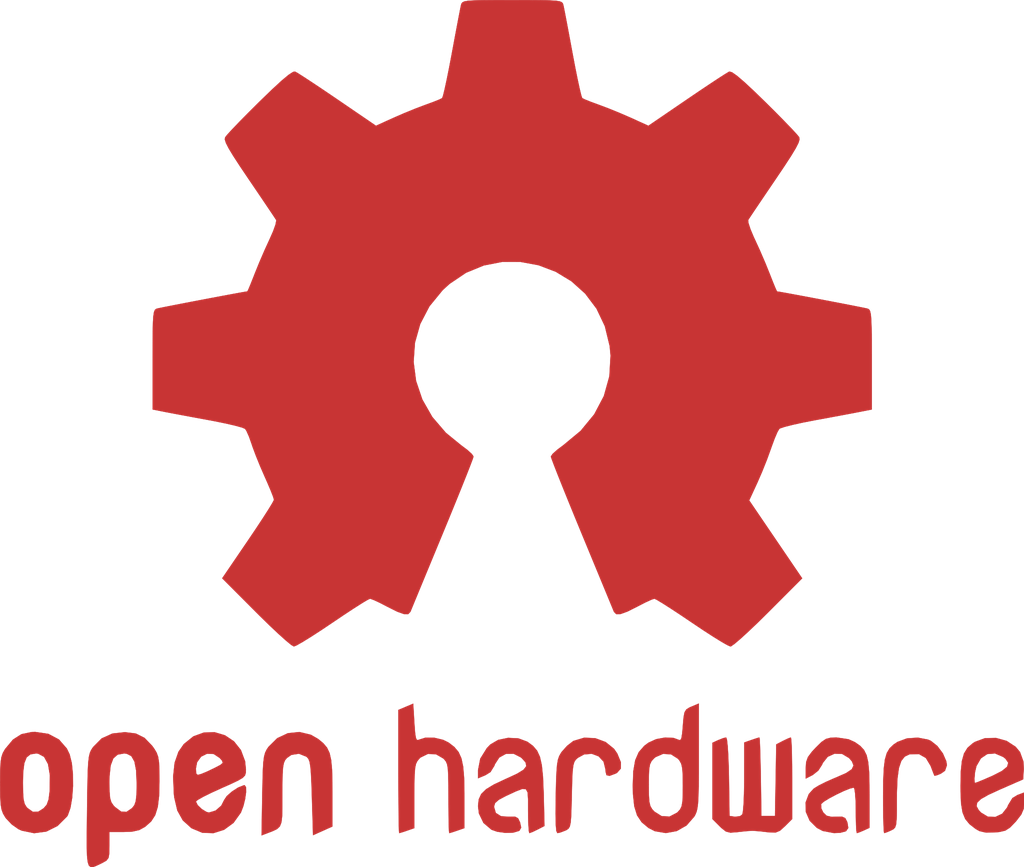
<source format=kicad_pcb>
(kicad_pcb (version 20210126) (generator pcbnew)
  (layers (0 "F.Cu" signal) (31 "B.Cu" signal) (34 "B.Paste" user) (35 "F.Paste" user) (36 "B.SilkS" user "B.Silkscreen") (37 "F.SilkS" user "F.Silkscreen") (38 "B.Mask" user) (39 "F.Mask" user) (44 "Edge.Cuts" user))
  (net 0 "")
  (footprint "Symbol:OSHW-Logo2_36.5x30mm_Copper" (layer "F.Cu") (at 0.0508 210.0072)
    (fp_text reference "REF**" hide)
    (fp_text value "OSHW-Logo2_36.5x30mm_Copper" hide)
    (fp_poly (pts (xy 8.950309 9.8496) (xy 8.961448 10.041633) (xy 8.970177 10.333477) (xy 8.975787 10.702053) (xy 8.977586 11.088639) (xy 8.977586 12.396817) (xy 8.746612 12.627792) (xy 8.587444 12.770117) (xy 8.447723 12.827768) (xy 8.256755 12.824119) (xy 8.180951 12.814834) (xy 7.944025 12.787815) (xy 7.748055 12.772332) (xy 7.700287 12.770903) (xy 7.539248 12.780256) (xy 7.308928 12.803735) (xy 7.219624 12.814834) (xy 7.000285 12.832002) (xy 6.852883 12.794712) (xy 6.706724 12.679587) (xy 6.653963 12.627792) (xy 6.422988 12.396817) (xy 6.422988 9.949868) (xy 6.608894 9.865164) (xy 6.768974 9.802424) (xy 6.86263 9.78046) (xy 6.886643 9.849875) (xy 6.909087 10.043826) (xy 6.928466 10.340871) (xy 6.943285 10.719569) (xy 6.950432 11.039512) (xy 6.970402 12.298563) (xy 7.144619 12.323196) (xy 7.303073 12.305973) (xy 7.380714 12.250208) (xy 7.402417 12.145947) (xy 7.420946 11.923859) (xy 7.434828 11.612086) (xy 7.442591 11.238767) (xy 7.44371 11.046652) (xy 7.444828 9.940717) (xy 7.674685 9.860589) (xy 7.837373 9.806109) (xy 7.925868 9.780702) (xy 7.928421 9.78046) (xy 7.937299 9.849523) (xy 7.947057 10.041027) (xy 7.956878 10.331448) (xy 7.96594 10.697261) (xy 7.972271 11.039512) (xy 7.992241 12.298563) (xy 8.430172 12.298563) (xy 8.450268 11.149913) (xy 8.470364 10.001262) (xy 8.683856 9.890861) (xy 8.841483 9.815049) (xy 8.934775 9.780646) (xy 8.937467 9.78046) (xy 8.950309 9.8496)) (layer "F.Cu") (width 0.01) (fill solid))
    (fp_poly (pts (xy 5.984785 10.386139) (xy 5.983858 10.931653) (xy 5.98027 11.351298) (xy 5.972506 11.665176) (xy 5.959055 11.893388) (xy 5.938404 12.056038) (xy 5.90904 12.173228) (xy 5.869452 12.26506) (xy 5.839475 12.317478) (xy 5.591224 12.601736) (xy 5.276471 12.779912) (xy 4.928228 12.843846) (xy 4.579511 12.785374) (xy 4.371857 12.680298) (xy 4.153862 12.498529) (xy 4.005291 12.276531) (xy 3.915652 11.985801) (xy 3.874453 11.597838) (xy 3.868618 11.313219) (xy 3.869405 11.292765) (xy 4.37931 11.292765) (xy 4.382425 11.619144) (xy 4.396694 11.835201) (xy 4.429511 11.976546) (xy 4.488264 12.078784) (xy 4.558464 12.155904) (xy 4.794219 12.304763) (xy 5.04735 12.317479) (xy 5.286589 12.193198) (xy 5.30521 12.176358) (xy 5.384686 12.088756) (xy 5.43452 11.984529) (xy 5.461499 11.829404) (xy 5.472412 11.58911) (xy 5.474138 11.323447) (xy 5.470397 10.989701) (xy 5.454911 10.767055) (xy 5.421285 10.620733) (xy 5.363126 10.515955) (xy 5.315438 10.460308) (xy 5.093907 10.319963) (xy 4.838769 10.303088) (xy 4.595238 10.410284) (xy 4.548239 10.450079) (xy 4.468232 10.538454) (xy 4.418296 10.643755) (xy 4.391483 10.800627) (xy 4.380848 11.043719) (xy 4.37931 11.292765) (xy 3.869405 11.292765) (xy 3.886259 10.854868) (xy 3.946179 10.510489) (xy 4.058869 10.25158) (xy 4.234821 10.04964) (xy 4.371857 9.946139) (xy 4.62094 9.834321) (xy 4.909637 9.782419) (xy 5.177998 9.796312) (xy 5.328161 9.852357) (xy 5.387088 9.868307) (xy 5.426191 9.808837) (xy 5.453487 9.649471) (xy 5.474138 9.406718) (xy 5.496747 9.136353) (xy 5.528153 8.973687) (xy 5.585298 8.880669) (xy 5.685126 8.819248) (xy 5.747845 8.792048) (xy 5.985057 8.692679) (xy 5.984785 10.386139)) (layer "F.Cu") (width 0.01) (fill solid))
    (fp_poly (pts (xy 0.199861 9.810901) (xy 0.485857 9.917104) (xy 0.489129 9.919146) (xy 0.666008 10.049325) (xy 0.796589 10.201459) (xy 0.888428 10.399718) (xy 0.949084 10.668272) (xy 0.986113 11.031292) (xy 1.007073 11.512949) (xy 1.00891 11.581571) (xy 1.035299 12.616303) (xy 0.813228 12.73114) (xy 0.652545 12.808745) (xy 0.555525 12.845516) (xy 0.551038 12.845977) (xy 0.534249 12.778126) (xy 0.520912 12.595103) (xy 0.512708 12.327702) (xy 0.510919 12.111174) (xy 0.510878 11.760406) (xy 0.494843 11.540128) (xy 0.438949 11.435063) (xy 0.319331 11.429937) (xy 0.112123 11.509475) (xy -0.200718 11.655681) (xy -0.430758 11.777113) (xy -0.549073 11.882466) (xy -0.583855 11.99729) (xy -0.583908 12.002973) (xy -0.526512 12.200777) (xy -0.356576 12.307637) (xy -0.096505 12.323115) (xy 0.090824 12.32043) (xy 0.189598 12.374383) (xy 0.251196 12.503977) (xy 0.286648 12.669081) (xy 0.235557 12.762761) (xy 0.21632 12.776169) (xy 0.035207 12.830015) (xy -0.218418 12.837638) (xy -0.479609 12.801946) (xy -0.664687 12.73672) (xy -0.92057 12.519463) (xy -1.066023 12.217041) (xy -1.094828 11.980769) (xy -1.072845 11.767655) (xy -0.993299 11.593691) (xy -0.835791 11.439181) (xy -0.579922 11.28443) (xy -0.205294 11.109743) (xy -0.182471 11.09987) (xy 0.154993 10.943971) (xy 0.363235 10.816115) (xy 0.452493 10.701221) (xy 0.433008 10.584208) (xy 0.315017 10.449996) (xy 0.279734 10.419109) (xy 0.043398 10.299353) (xy -0.201486 10.304395) (xy -0.414759 10.42181) (xy -0.55626 10.639172) (xy -0.569408 10.681836) (xy -0.697443 10.88876) (xy -0.859907 10.98843) (xy -1.094828 11.087206) (xy -1.094828 10.831645) (xy -1.023367 10.460181) (xy -0.811262 10.11946) (xy -0.700887 10.005477) (xy -0.449987 9.859184) (xy -0.130912 9.79296) (xy 0.199861 9.810901)) (layer "F.Cu") (width 0.01) (fill solid))
    (fp_poly (pts (xy 13.339224 9.850046) (xy 13.426463 9.888173) (xy 13.634692 10.053088) (xy 13.812756 10.291544) (xy 13.922881 10.546016) (xy 13.940805 10.671469) (xy 13.880713 10.846617) (xy 13.748901 10.939293) (xy 13.607577 10.99541) (xy 13.542865 11.00575) (xy 13.511355 10.930707) (xy 13.449135 10.767403) (xy 13.421837 10.693614) (xy 13.268771 10.438369) (xy 13.047153 10.311057) (xy 12.762982 10.314972) (xy 12.741934 10.319986) (xy 12.59022 10.391917) (xy 12.478685 10.532147) (xy 12.402506 10.757908) (xy 12.356861 11.086427) (xy 12.336926 11.534934) (xy 12.335057 11.773584) (xy 12.33413 12.149783) (xy 12.328056 12.406237) (xy 12.311899 12.569181) (xy 12.28072 12.664845) (xy 12.229582 12.719464) (xy 12.153547 12.759269) (xy 12.149152 12.761273) (xy 12.002727 12.82318) (xy 11.930186 12.845977) (xy 11.91904 12.777055) (xy 11.909498 12.58655) (xy 11.902247 12.298852) (xy 11.897977 11.938353) (xy 11.897126 11.674536) (xy 11.901469 11.164032) (xy 11.918455 10.776742) (xy 11.954018 10.49006) (xy 12.014094 10.281379) (xy 12.10462 10.12809) (xy 12.231529 10.007586) (xy 12.356848 9.923482) (xy 12.658186 9.811548) (xy 13.008893 9.786302) (xy 13.339224 9.850046)) (layer "F.Cu") (width 0.01) (fill solid))
    (fp_poly (pts (xy 15.858597 9.89135) (xy 16.147374 10.080085) (xy 16.28666 10.249044) (xy 16.397009 10.555638) (xy 16.405773 10.798245) (xy 16.385919 11.12264) (xy 15.637787 11.450097) (xy 15.274026 11.617395) (xy 15.036343 11.751975) (xy 14.912753 11.868541) (xy 14.891276 11.9818) (xy 14.95993 12.106456) (xy 15.035632 12.189081) (xy 15.255907 12.321584) (xy 15.495491 12.330868) (xy 15.71553 12.227602) (xy 15.877171 12.022458) (xy 15.906082 11.950019) (xy 16.044563 11.723772) (xy 16.203882 11.627351) (xy 16.422414 11.544864) (xy 16.422414 11.857585) (xy 16.403094 12.070389) (xy 16.327414 12.249845) (xy 16.168795 12.455891) (xy 16.145219 12.482666) (xy 15.968782 12.665979) (xy 15.817118 12.764355) (xy 15.627374 12.809613) (xy 15.470076 12.824434) (xy 15.188716 12.828127) (xy 14.988425 12.781337) (xy 14.863474 12.711868) (xy 14.667094 12.559102) (xy 14.531158 12.393886) (xy 14.445129 12.186103) (xy 14.398469 11.905635) (xy 14.38064 11.522366) (xy 14.379217 11.327841) (xy 14.384056 11.094632) (xy 14.824748 11.094632) (xy 14.829859 11.219741) (xy 14.842598 11.24023) (xy 14.926664 11.212396) (xy 15.107576 11.138733) (xy 15.349368 11.034002) (xy 15.399932 11.011492) (xy 15.705508 10.856106) (xy 15.873868 10.719538) (xy 15.910869 10.591622) (xy 15.822367 10.462191) (xy 15.749277 10.405001) (xy 15.48554 10.290625) (xy 15.23869 10.309521) (xy 15.032031 10.449129) (xy 14.888869 10.696883) (xy 14.84297 10.893535) (xy 14.824748 11.094632) (xy 14.384056 11.094632) (xy 14.388648 10.873378) (xy 14.423397 10.537133) (xy 14.492235 10.292289) (xy 14.60393 10.112028) (xy 14.767253 9.969532) (xy 14.838457 9.923482) (xy 15.161906 9.803554) (xy 15.51603 9.796008) (xy 15.858597 9.89135)) (layer "F.Cu") (width 0.01) (fill solid))
    (fp_poly (pts (xy -9.211121 9.711691) (xy -8.923356 9.905279) (xy -8.700973 10.184873) (xy -8.568127 10.540663) (xy -8.541258 10.802537) (xy -8.54431 10.911816) (xy -8.56986 10.995486) (xy -8.640097 11.070447) (xy -8.77721 11.153599) (xy -9.003388 11.261844) (xy -9.34082 11.412082) (xy -9.342529 11.412836) (xy -9.653124 11.555093) (xy -9.907819 11.681414) (xy -10.080583 11.778199) (xy -10.145385 11.83185) (xy -10.145402 11.832282) (xy -10.088288 11.949111) (xy -9.954727 12.077886) (xy -9.801395 12.170653) (xy -9.723712 12.189081) (xy -9.511777 12.125346) (xy -9.329268 11.965728) (xy -9.240218 11.790234) (xy -9.15455 11.660857) (xy -8.986743 11.513522) (xy -8.789481 11.38624) (xy -8.615449 11.317022) (xy -8.579057 11.313219) (xy -8.538093 11.375802) (xy -8.535625 11.535778) (xy -8.565729 11.751482) (xy -8.622484 11.981252) (xy -8.699966 12.183424) (xy -8.703879 12.191273) (xy -8.937047 12.516835) (xy -9.23924 12.738277) (xy -9.582432 12.846966) (xy -9.9386 12.834265) (xy -10.279719 12.691541) (xy -10.294887 12.681505) (xy -10.563225 12.438316) (xy -10.73967 12.121023) (xy -10.837316 11.703815) (xy -10.850421 11.586597) (xy -10.87363 11.033324) (xy -10.845806 10.775311) (xy -10.145402 10.775311) (xy -10.136302 10.936257) (xy -10.086527 10.983228) (xy -9.962436 10.948088) (xy -9.766833 10.865022) (xy -9.548186 10.760898) (xy -9.542752 10.758141) (xy -9.357426 10.660662) (xy -9.283047 10.59561) (xy -9.301388 10.527413) (xy -9.378618 10.437804) (xy -9.5751 10.308127) (xy -9.786694 10.298599) (xy -9.976493 10.392973) (xy -10.107589 10.575004) (xy -10.145402 10.775311) (xy -10.845806 10.775311) (xy -10.825891 10.590652) (xy -10.703414 10.239572) (xy -10.53291 9.993619) (xy -10.225163 9.745074) (xy -9.886179 9.621778) (xy -9.540114 9.613921) (xy -9.211121 9.711691)) (layer "F.Cu") (width 0.01) (fill solid))
    (fp_poly (pts (xy -12.070251 9.654758) (xy -11.791375 9.793806) (xy -11.54523 10.049827) (xy -11.477443 10.14466) (xy -11.403594 10.268751) (xy -11.35568 10.403531) (xy -11.328268 10.583411) (xy -11.315928 10.842805) (xy -11.313218 11.185252) (xy -11.325455 11.654539) (xy -11.36799 12.006896) (xy -11.449558 12.26977) (xy -11.578896 12.470607) (xy -11.76474 12.636853) (xy -11.778395 12.646696) (xy -11.961549 12.747384) (xy -12.182101 12.797201) (xy -12.462595 12.809483) (xy -12.918582 12.809483) (xy -12.918774 13.252143) (xy -12.923017 13.498675) (xy -12.948874 13.643284) (xy -13.016446 13.730014) (xy -13.14583 13.802911) (xy -13.176902 13.817804) (xy -13.322308 13.887597) (xy -13.43489 13.931679) (xy -13.518604 13.935486) (xy -13.577405 13.884453) (xy -13.615249 13.764017) (xy -13.636093 13.559614) (xy -13.643891 13.25668) (xy -13.6426 12.840651) (xy -13.636177 12.296963) (xy -13.634171 12.134339) (xy -13.626944 11.573755) (xy -13.62047 11.207053) (xy -12.918966 11.207053) (xy -12.915023 11.518315) (xy -12.8975 11.721967) (xy -12.857855 11.856288) (xy -12.787547 11.959559) (xy -12.739812 12.009927) (xy -12.544662 12.157303) (xy -12.371882 12.169299) (xy -12.1936 12.047595) (xy -12.189081 12.043104) (xy -12.116544 11.949045) (xy -12.072418 11.821211) (xy -12.05016 11.624345) (xy -12.043229 11.323189) (xy -12.043104 11.25647) (xy -12.059854 10.841458) (xy -12.11438 10.553763) (xy -12.213089 10.378135) (xy -12.36239 10.299323) (xy -12.448679 10.291379) (xy -12.653474 10.32865) (xy -12.793948 10.451371) (xy -12.878506 10.675904) (xy -12.915551 11.018614) (xy -12.918966 11.207053) (xy -13.62047 11.207053) (xy -13.619284 11.139881) (xy -13.609383 10.813455) (xy -13.595436 10.575219) (xy -13.575635 10.40591) (xy -13.548174 10.286269) (xy -13.511247 10.197034) (xy -13.463046 10.118944) (xy -13.442378 10.08956) (xy -13.168219 9.811992) (xy -12.821587 9.654618) (xy -12.420616 9.610744) (xy -12.070251 9.654758)) (layer "F.Cu") (width 0.01) (fill solid))
    (fp_poly (pts (xy -3.138506 9.309643) (xy -3.117116 9.607969) (xy -3.092548 9.783766) (xy -3.058503 9.860447) (xy -3.008683 9.861428) (xy -2.992529 9.852274) (xy -2.777651 9.785995) (xy -2.498138 9.789865) (xy -2.213964 9.857998) (xy -2.036225 9.946139) (xy -1.853987 10.086946) (xy -1.720767 10.246297) (xy -1.629313 10.448774) (xy -1.572376 10.718964) (xy -1.542703 11.08145) (xy -1.533045 11.560816) (xy -1.532872 11.652774) (xy -1.532759 12.68572) (xy -1.762616 12.765849) (xy -1.92587 12.820361) (xy -2.015439 12.845742) (xy -2.018076 12.845977) (xy -2.026896 12.77715) (xy -2.034403 12.587308) (xy -2.040025 12.301412) (xy -2.043191 11.944422) (xy -2.043678 11.727378) (xy -2.044694 11.299432) (xy -2.049921 10.99272) (xy -2.062633 10.782501) (xy -2.086101 10.644034) (xy -2.123597 10.552579) (xy -2.178394 10.483397) (xy -2.212607 10.450079) (xy -2.447628 10.315821) (xy -2.704089 10.305767) (xy -2.936776 10.419312) (xy -2.979806 10.460308) (xy -3.042921 10.537393) (xy -3.086699 10.628828) (xy -3.114645 10.761037) (xy -3.130259 10.960442) (xy -3.137045 11.253464) (xy -3.138506 11.657478) (xy -3.138506 12.68572) (xy -3.368363 12.765849) (xy -3.531617 12.820361) (xy -3.621187 12.845742) (xy -3.623823 12.845977) (xy -3.630563 12.77612) (xy -3.636638 12.579076) (xy -3.641806 12.273633) (xy -3.645822 11.878581) (xy -3.648442 11.412707) (xy -3.649424 10.894801) (xy -3.649425 10.871764) (xy -3.649425 8.897551) (xy -3.412213 8.797492) (xy -3.175 8.697433) (xy -3.138506 9.309643)) (layer "F.Cu") (width 0.01) (fill solid))
    (fp_poly (pts (xy 0.522534 -13.867505) (xy 0.917515 -13.865342) (xy 1.203368 -13.859487) (xy 1.398517 -13.848095) (xy 1.521385 -13.829325) (xy 1.590398 -13.801334) (xy 1.623979 -13.762279) (xy 1.640552 -13.710318) (xy 1.642163 -13.703592) (xy 1.667338 -13.582217) (xy 1.713937 -13.342738) (xy 1.777113 -13.010643) (xy 1.852018 -12.611423) (xy 1.933804 -12.170566) (xy 1.93666 -12.155083) (xy 2.018583 -11.723046) (xy 2.095232 -11.341328) (xy 2.161659 -11.032822) (xy 2.212918 -10.820423) (xy 2.244064 -10.727025) (xy 2.245549 -10.72537) (xy 2.337298 -10.679761) (xy 2.526464 -10.603758) (xy 2.772195 -10.513768) (xy 2.773563 -10.513287) (xy 3.083081 -10.396945) (xy 3.447989 -10.24874) (xy 3.791953 -10.099728) (xy 3.808232 -10.09236) (xy 4.368475 -9.838086) (xy 5.609046 -10.685257) (xy 5.989614 -10.94352) (xy 6.334352 -11.174407) (xy 6.623287 -11.36479) (xy 6.836447 -11.501537) (xy 6.95386 -11.571518) (xy 6.96501 -11.576708) (xy 7.050336 -11.553601) (xy 7.209703 -11.44211) (xy 7.449327 -11.236978) (xy 7.775423 -10.932948) (xy 8.108321 -10.609488) (xy 8.429235 -10.290746) (xy 8.716452 -9.999885) (xy 8.952681 -9.754869) (xy 9.120632 -9.573659) (xy 9.203014 -9.474217) (xy 9.206079 -9.469098) (xy 9.215186 -9.400859) (xy 9.180876 -9.289416) (xy 9.094672 -9.119721) (xy 8.948098 -8.876722) (xy 8.732676 -8.545372) (xy 8.445499 -8.118811) (xy 8.190634 -7.743362) (xy 7.962807 -7.406626) (xy 7.775181 -7.128151) (xy 7.640923 -6.927488) (xy 7.573199 -6.824187) (xy 7.568936 -6.817174) (xy 7.577204 -6.718198) (xy 7.639882 -6.525828) (xy 7.744495 -6.276421) (xy 7.78178 -6.196772) (xy 7.944465 -5.841935) (xy 8.11803 -5.439316) (xy 8.259022 -5.090948) (xy 8.360617 -4.83239) (xy 8.441314 -4.635896) (xy 8.487945 -4.5332) (xy 8.493743 -4.525287) (xy 8.579506 -4.51218) (xy 8.781672 -4.476266) (xy 9.073358 -4.422658) (xy 9.427686 -4.356467) (xy 9.817775 -4.282808) (xy 10.216744 -4.206792) (xy 10.597713 -4.13353) (xy 10.933801 -4.068137) (xy 11.198129 -4.015724) (xy 11.363815 -3.981403) (xy 11.404454 -3.971699) (xy 11.446433 -3.947749) (xy 11.478121 -3.89366) (xy 11.500944 -3.791172) (xy 11.516328 -3.622028) (xy 11.525699 -3.367971) (xy 11.530481 -3.010743) (xy 11.5321 -2.532087) (xy 11.532184 -2.335888) (xy 11.532184 -0.740234) (xy 11.148994 -0.664601) (xy 10.935805 -0.62359) (xy 10.617674 -0.563727) (xy 10.233288 -0.492233) (xy 9.821336 -0.416332) (xy 9.707471 -0.395484) (xy 9.327331 -0.321574) (xy 8.99617 -0.248895) (xy 8.741784 -0.184178) (xy 8.591969 -0.134156) (xy 8.567013 -0.119247) (xy 8.505733 -0.013664) (xy 8.417869 0.190924) (xy 8.320432 0.454208) (xy 8.301105 0.51092) (xy 8.1734 0.862544) (xy 8.014884 1.259286) (xy 7.859759 1.615562) (xy 7.858995 1.617216) (xy 7.600668 2.176099) (xy 8.450285 3.425839) (xy 9.299901 4.67558) (xy 8.209053 5.76825) (xy 7.879121 6.093452) (xy 7.578197 6.380121) (xy 7.323182 6.612954) (xy 7.130977 6.776645) (xy 7.018483 6.855892) (xy 7.002346 6.86092) (xy 6.9076 6.821324) (xy 6.714269 6.71124) (xy 6.443472 6.543725) (xy 6.11633 6.331836) (xy 5.76263 6.09454) (xy 5.403653 5.852495) (xy 5.083588 5.641878) (xy 4.822762 5.475646) (xy 4.6415 5.366756) (xy 4.560394 5.328161) (xy 4.46144 5.36082) (xy 4.273797 5.446876) (xy 4.036169 5.56845) (xy 4.010979 5.581963) (xy 3.690978 5.74245) (xy 3.471545 5.821157) (xy 3.335069 5.821994) (xy 3.263938 5.748869) (xy 3.263524 5.747845) (xy 3.227969 5.661245) (xy 3.143172 5.455672) (xy 3.01571 5.147035) (xy 2.852156 4.751246) (xy 2.659085 4.284216) (xy 2.443072 3.761855) (xy 2.233876 3.256115) (xy 2.003969 2.697999) (xy 1.792876 2.18098) (xy 1.606922 1.720906) (xy 1.452436 1.333627) (xy 1.335743 1.034991) (xy 1.26317 0.840847) (xy 1.240805 0.768391) (xy 1.296891 0.685275) (xy 1.443596 0.552807) (xy 1.639221 0.406761) (xy 2.196334 -0.05512) (xy 2.631794 -0.584544) (xy 2.940384 -1.170359) (xy 3.116884 -1.801414) (xy 3.156076 -2.466557) (xy 3.127589 -2.773563) (xy 2.972374 -3.410516) (xy 2.705058 -3.972996) (xy 2.342222 -4.455456) (xy 1.900444 -4.852348) (xy 1.396306 -5.158125) (xy 0.846386 -5.367238) (xy 0.267264 -5.474139) (xy -0.324479 -5.473282) (xy -0.912264 -5.359119) (xy -1.479511 -5.126102) (xy -2.00964 -4.768682) (xy -2.23091 -4.566542) (xy -2.655277 -4.047481) (xy -2.950753 -3.480262) (xy -3.119305 -2.881417) (xy -3.1629 -2.267483) (xy -3.083505 -1.654992) (xy -2.883087 -1.060481) (xy -2.563613 -0.500483) (xy -2.127051 0.008467) (xy -1.639221 0.406761) (xy -1.436023 0.559006) (xy -1.292477 0.690037) (xy -1.240805 0.768515) (xy -1.26786 0.854097) (xy -1.344807 1.058547) (xy -1.465315 1.366017) (xy -1.623054 1.760658) (xy -1.811695 2.226623) (xy -2.024906 2.748064) (xy -2.234454 3.256239) (xy -2.465639 3.814833) (xy -2.679777 4.332461) (xy -2.870295 4.793216) (xy -3.030617 5.181188) (xy -3.154171 5.48047) (xy -3.234381 5.675152) (xy -3.264102 5.747845) (xy -3.334315 5.821694) (xy -3.470127 5.821477) (xy -3.689014 5.743315) (xy -4.008453 5.583324) (xy -4.010979 5.581963) (xy -4.251495 5.457804) (xy -4.445922 5.367363) (xy -4.555557 5.328519) (xy -4.560395 5.328161) (xy -4.642927 5.367561) (xy -4.825136 5.477124) (xy -5.086694 5.643893) (xy -5.407276 5.854909) (xy -5.76263 6.09454) (xy -6.124418 6.337168) (xy -6.45049 6.548174) (xy -6.719725 6.714502) (xy -6.911004 6.823095) (xy -7.002346 6.86092) (xy -7.086455 6.811204) (xy -7.255561 6.672259) (xy -7.492767 6.459385) (xy -7.781175 6.187882) (xy -8.103888 5.873054) (xy -8.209428 5.767874) (xy -9.300652 4.674828) (xy -8.470058 3.45585) (xy -8.217635 3.081513) (xy -7.996095 2.745549) (xy -7.817866 2.467423) (xy -7.695376 2.266597) (xy -7.641055 2.162535) (xy -7.639464 2.155132) (xy -7.668101 2.057046) (xy -7.745127 1.859737) (xy -7.857211 1.596272) (xy -7.935883 1.419886) (xy -8.082981 1.082191) (xy -8.221511 0.741022) (xy -8.32891 0.452758) (xy -8.358084 0.364943) (xy -8.440972 0.130434) (xy -8.521998 -0.050764) (xy -8.566502 -0.119247) (xy -8.664714 -0.161159) (xy -8.879065 -0.220574) (xy -9.181742 -0.290757) (xy -9.544933 -0.364976) (xy -9.707471 -0.395484) (xy -10.120217 -0.471329) (xy -10.516119 -0.544767) (xy -10.85649 -0.608578) (xy -11.102642 -0.655538) (xy -11.148994 -0.664601) (xy -11.532184 -0.740234) (xy -11.532184 -2.335888) (xy -11.531323 -2.860576) (xy -11.527791 -3.25755) (xy -11.520161 -3.545067) (xy -11.507009 -3.741384) (xy -11.486908 -3.864761) (xy -11.458432 -3.933453) (xy -11.420157 -3.965718) (xy -11.404454 -3.971699) (xy -11.309739 -3.992916) (xy -11.100489 -4.03525) (xy -10.803584 -4.093586) (xy -10.445904 -4.162813) (xy -10.05433 -4.237818) (xy -9.655743 -4.313489) (xy -9.277022 -4.384713) (xy -8.945048 -4.446378) (xy -8.686702 -4.493372) (xy -8.528863 -4.520583) (xy -8.493743 -4.525287) (xy -8.461926 -4.588241) (xy -8.391499 -4.755946) (xy -8.295629 -4.996668) (xy -8.259022 -5.090948) (xy -8.111371 -5.455196) (xy -7.9375 -5.857623) (xy -7.78178 -6.196772) (xy -7.667199 -6.456097) (xy -7.590967 -6.669185) (xy -7.56552 -6.799684) (xy -7.569577 -6.817174) (xy -7.623359 -6.899745) (xy -7.746163 -7.083392) (xy -7.924808 -7.348557) (xy -8.146114 -7.675685) (xy -8.396897 -8.04522) (xy -8.446486 -8.118164) (xy -8.73747 -8.550341) (xy -8.951369 -8.879435) (xy -9.09671 -9.120598) (xy -9.18202 -9.288981) (xy -9.215827 -9.399736) (xy -9.206659 -9.468016) (xy -9.206425 -9.468451) (xy -9.134268 -9.558135) (xy -8.974667 -9.731522) (xy -8.744923 -9.970636) (xy -8.462334 -10.257503) (xy -8.144198 -10.574148) (xy -8.108321 -10.609488) (xy -7.707394 -10.997742) (xy -7.397988 -11.282825) (xy -7.173889 -11.469995) (xy -7.02888 -11.564509) (xy -6.96501 -11.576708) (xy -6.871795 -11.523492) (xy -6.678357 -11.400566) (xy -6.404667 -11.221063) (xy -6.0707 -10.998111) (xy -5.696425 -10.744843) (xy -5.609046 -10.685257) (xy -4.368475 -9.838086) (xy -3.808232 -10.09236) (xy -3.467527 -10.240543) (xy -3.101809 -10.389574) (xy -2.787413 -10.508399) (xy -2.773563 -10.513287) (xy -2.527643 -10.603307) (xy -2.338073 -10.679427) (xy -2.245706 -10.725238) (xy -2.245549 -10.72537) (xy -2.21624 -10.808178) (xy -2.166419 -11.011832) (xy -2.101032 -11.313437) (xy -2.025024 -11.690102) (xy -1.943343 -12.118931) (xy -1.93666 -12.155083) (xy -1.854724 -12.596912) (xy -1.779505 -12.997974) (xy -1.715848 -13.332781) (xy -1.668603 -13.575842) (xy -1.642617 -13.70167) (xy -1.642163 -13.703592) (xy -1.626349 -13.757118) (xy -1.595597 -13.797531) (xy -1.531485 -13.826673) (xy -1.415587 -13.846388) (xy -1.229479 -13.858517) (xy -0.954737 -13.864903) (xy -0.572937 -13.867388) (xy -0.065654 -13.867815) (xy 0 -13.867816) (xy 0.522534 -13.867505)) (layer "F.Cu") (width 0.01) (fill solid))
    (fp_poly (pts (xy 2.664857 9.8048) (xy 2.996413 9.927149) (xy 3.265024 10.143549) (xy 3.370079 10.29588) (xy 3.484606 10.575402) (xy 3.482227 10.777515) (xy 3.36202 10.913446) (xy 3.317543 10.93656) (xy 3.12551 11.008626) (xy 3.02744 10.990163) (xy 2.994222 10.869146) (xy 2.992529 10.802299) (xy 2.931714 10.556371) (xy 2.773202 10.384336) (xy 2.552885 10.301245) (xy 2.306658 10.322153) (xy 2.106505 10.43074) (xy 2.038902 10.49268) (xy 1.990984 10.567823) (xy 1.958615 10.681413) (xy 1.937659 10.858691) (xy 1.923981 11.124899) (xy 1.913445 11.505279) (xy 1.910717 11.625719) (xy 1.900766 12.037737) (xy 1.889453 12.327721) (xy 1.872486 12.519582) (xy 1.845576 12.637233) (xy 1.804432 12.704587) (xy 1.744765 12.745557) (xy 1.706564 12.763657) (xy 1.544333 12.82555) (xy 1.448835 12.845977) (xy 1.41728 12.777757) (xy 1.398019 12.571509) (xy 1.390949 12.224852) (xy 1.395966 11.735406) (xy 1.397528 11.659914) (xy 1.408552 11.213372) (xy 1.421588 10.887308) (xy 1.440138 10.656229) (xy 1.467705 10.494644) (xy 1.507792 10.377062) (xy 1.563902 10.27799) (xy 1.593254 10.235537) (xy 1.761548 10.0477) (xy 1.949775 9.901595) (xy 1.972819 9.888841) (xy 2.310333 9.788149) (xy 2.664857 9.8048)) (layer "F.Cu") (width 0.01) (fill solid))
    (fp_poly (pts (xy 10.786016 9.837891) (xy 10.996172 9.933484) (xy 11.161124 10.049314) (xy 11.281986 10.17883) (xy 11.365431 10.345908) (xy 11.418133 10.574423) (xy 11.446767 10.888252) (xy 11.458008 11.311269) (xy 11.459195 11.589832) (xy 11.459195 12.676569) (xy 11.27329 12.761273) (xy 11.126865 12.82318) (xy 11.054324 12.845977) (xy 11.040446 12.778142) (xy 11.029437 12.595236) (xy 11.022696 12.328158) (xy 11.021264 12.116092) (xy 11.015114 11.809719) (xy 10.998531 11.566669) (xy 10.974316 11.417836) (xy 10.95508 11.386207) (xy 10.825778 11.418506) (xy 10.622793 11.501349) (xy 10.387755 11.613653) (xy 10.162293 11.734337) (xy 9.988038 11.84232) (xy 9.906619 11.916519) (xy 9.906297 11.917322) (xy 9.9133 12.054642) (xy 9.976098 12.18573) (xy 10.086352 12.292203) (xy 10.247273 12.327815) (xy 10.384802 12.323665) (xy 10.579586 12.320612) (xy 10.681831 12.366246) (xy 10.743237 12.486814) (xy 10.75098 12.50955) (xy 10.7776 12.681496) (xy 10.706413 12.7859) (xy 10.52086 12.835657) (xy 10.32042 12.84486) (xy 9.959725 12.776645) (xy 9.773006 12.679226) (xy 9.542406 12.450369) (xy 9.420108 12.169456) (xy 9.409134 11.872628) (xy 9.512503 11.596027) (xy 9.667991 11.422701) (xy 9.823234 11.325663) (xy 10.067238 11.202812) (xy 10.35158 11.078229) (xy 10.398975 11.059192) (xy 10.711303 10.921362) (xy 10.891347 10.799885) (xy 10.949251 10.679119) (xy 10.895159 10.543425) (xy 10.802299 10.437356) (xy 10.582818 10.306755) (xy 10.341325 10.296959) (xy 10.119859 10.397602) (xy 9.960464 10.598316) (xy 9.939543 10.6501) (xy 9.817739 10.840563) (xy 9.639912 10.981963) (xy 9.415517 11.098002) (xy 9.415517 10.768961) (xy 9.428725 10.567919) (xy 9.485354 10.409466) (xy 9.610917 10.240408) (xy 9.731454 10.11019) (xy 9.918886 9.925805) (xy 10.064514 9.826756) (xy 10.22093 9.787025) (xy 10.397983 9.78046) (xy 10.786016 9.837891)) (layer "F.Cu") (width 0.01) (fill solid))
    (fp_poly (pts (xy -6.456427 9.694298) (xy -6.222193 9.829785) (xy -6.059339 9.964267) (xy -5.940234 10.105164) (xy -5.858181 10.277468) (xy -5.806485 10.506171) (xy -5.77845 10.816266) (xy -5.767379 11.232744) (xy -5.766092 11.532128) (xy -5.766092 12.634149) (xy -6.076293 12.773208) (xy -6.386494 12.912268) (xy -6.422989 11.705237) (xy -6.438068 11.254449) (xy -6.453887 10.927252) (xy -6.473486 10.701278) (xy -6.499908 10.554161) (xy -6.536192 10.463532) (xy -6.585381 10.407024) (xy -6.601163 10.394793) (xy -6.840281 10.299266) (xy -7.081982 10.337067) (xy -7.225862 10.437356) (xy -7.284389 10.508424) (xy -7.324902 10.601681) (xy -7.350649 10.743058) (xy -7.364878 10.958486) (xy -7.37084 11.273896) (xy -7.371839 11.602605) (xy -7.372035 12.014999) (xy -7.379097 12.306903) (xy -7.402732 12.503776) (xy -7.45265 12.631077) (xy -7.538561 12.714266) (xy -7.670171 12.778801) (xy -7.845958 12.845861) (xy -8.037949 12.918856) (xy -8.015095 11.623365) (xy -8.005892 11.156347) (xy -7.995124 10.811225) (xy -7.979693 10.563921) (xy -7.956496 10.390363) (xy -7.922432 10.266474) (xy -7.874402 10.168182) (xy -7.816496 10.08146) (xy -7.537121 9.804425) (xy -7.196219 9.644222) (xy -6.825438 9.605847) (xy -6.456427 9.694298)) (layer "F.Cu") (width 0.01) (fill solid))
    (fp_poly (pts (xy -14.879449 9.665037) (xy -14.537347 9.84492) (xy -14.284873 10.134416) (xy -14.195189 10.320533) (xy -14.125402 10.59998) (xy -14.089678 10.953067) (xy -14.086291 11.338428) (xy -14.113513 11.714698) (xy -14.169617 12.040513) (xy -14.252875 12.274507) (xy -14.278463 12.314806) (xy -14.581546 12.615622) (xy -14.941533 12.795793) (xy -15.332152 12.84852) (xy -15.727131 12.767005) (xy -15.837051 12.718134) (xy -16.05111 12.56753) (xy -16.23898 12.367837) (xy -16.256735 12.342511) (xy -16.328903 12.220453) (xy -16.376608 12.089976) (xy -16.40479 11.918212) (xy -16.418389 11.672295) (xy -16.422345 11.319359) (xy -16.422414 11.24023) (xy -16.422232 11.215048) (xy -15.692529 11.215048) (xy -15.688282 11.548141) (xy -15.671569 11.769185) (xy -15.636437 11.911962) (xy -15.576929 12.010255) (xy -15.546552 12.043104) (xy -15.371911 12.16793) (xy -15.202354 12.162237) (xy -15.030914 12.05396) (xy -14.928662 11.938366) (xy -14.868105 11.769644) (xy -14.834098 11.503582) (xy -14.831765 11.472551) (xy -14.825961 10.990367) (xy -14.886626 10.63225) (xy -15.012939 10.4004) (xy -15.204081 10.297017) (xy -15.272311 10.291379) (xy -15.451473 10.319732) (xy -15.574025 10.417959) (xy -15.648956 10.605815) (xy -15.685252 10.903055) (xy -15.692529 11.215048) (xy -16.422232 11.215048) (xy -16.419695 10.864147) (xy -16.408281 10.601372) (xy -16.383279 10.419286) (xy -16.339803 10.28527) (xy -16.272961 10.166704) (xy -16.25819 10.14466) (xy -16.009921 9.847517) (xy -15.739396 9.675021) (xy -15.410048 9.606547) (xy -15.298209 9.603202) (xy -14.879449 9.665037)) (layer "F.Cu") (width 0.01) (fill solid))
  )
)
</source>
